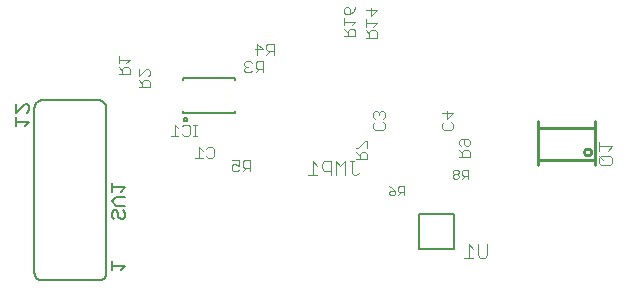
<source format=gbo>
G75*
%MOIN*%
%OFA0B0*%
%FSLAX25Y25*%
%IPPOS*%
%LPD*%
%AMOC8*
5,1,8,0,0,1.08239X$1,22.5*
%
%ADD10C,0.00300*%
%ADD11C,0.00500*%
%ADD12C,0.00400*%
%ADD13C,0.01000*%
%ADD14C,0.00600*%
D10*
X0075800Y0080643D02*
X0077034Y0080643D01*
X0077651Y0081261D01*
X0077651Y0082495D02*
X0076417Y0083112D01*
X0075800Y0083112D01*
X0075182Y0082495D01*
X0075182Y0081261D01*
X0075800Y0080643D01*
X0077651Y0082495D02*
X0077651Y0084347D01*
X0075182Y0084347D01*
X0078866Y0083729D02*
X0078866Y0082495D01*
X0079483Y0081878D01*
X0081334Y0081878D01*
X0080100Y0081878D02*
X0078866Y0080643D01*
X0081334Y0080643D02*
X0081334Y0084347D01*
X0079483Y0084347D01*
X0078866Y0083729D01*
X0069263Y0085674D02*
X0068646Y0085057D01*
X0067412Y0085057D01*
X0066795Y0085674D01*
X0065580Y0085057D02*
X0063111Y0085057D01*
X0064346Y0085057D02*
X0064346Y0088760D01*
X0065580Y0087526D01*
X0066795Y0088143D02*
X0067412Y0088760D01*
X0068646Y0088760D01*
X0069263Y0088143D01*
X0069263Y0085674D01*
X0063652Y0092592D02*
X0062418Y0092592D01*
X0063035Y0092592D02*
X0063035Y0096295D01*
X0063652Y0096295D02*
X0062418Y0096295D01*
X0061197Y0095678D02*
X0061197Y0093209D01*
X0060579Y0092592D01*
X0059345Y0092592D01*
X0058728Y0093209D01*
X0057513Y0092592D02*
X0055045Y0092592D01*
X0056279Y0092592D02*
X0056279Y0096295D01*
X0057513Y0095061D01*
X0058728Y0095678D02*
X0059345Y0096295D01*
X0060579Y0096295D01*
X0061197Y0095678D01*
X0047932Y0108659D02*
X0044229Y0108659D01*
X0045463Y0108659D02*
X0045463Y0110511D01*
X0046080Y0111128D01*
X0047315Y0111128D01*
X0047932Y0110511D01*
X0047932Y0108659D01*
X0045463Y0109894D02*
X0044229Y0111128D01*
X0044229Y0112342D02*
X0046698Y0114811D01*
X0047315Y0114811D01*
X0047932Y0114194D01*
X0047932Y0112959D01*
X0047315Y0112342D01*
X0044229Y0112342D02*
X0044229Y0114811D01*
X0041239Y0114841D02*
X0041239Y0112990D01*
X0037536Y0112990D01*
X0038770Y0112990D02*
X0038770Y0114841D01*
X0039387Y0115459D01*
X0040622Y0115459D01*
X0041239Y0114841D01*
X0040005Y0116673D02*
X0041239Y0117907D01*
X0037536Y0117907D01*
X0037536Y0116673D02*
X0037536Y0119142D01*
X0037536Y0115459D02*
X0038770Y0114224D01*
X0079509Y0114276D02*
X0080126Y0113659D01*
X0081361Y0113659D01*
X0081978Y0114276D01*
X0083192Y0113659D02*
X0084427Y0114894D01*
X0083809Y0114894D02*
X0085661Y0114894D01*
X0085661Y0113659D02*
X0085661Y0117362D01*
X0083809Y0117362D01*
X0083192Y0116745D01*
X0083192Y0115511D01*
X0083809Y0114894D01*
X0081978Y0116745D02*
X0081361Y0117362D01*
X0080126Y0117362D01*
X0079509Y0116745D01*
X0079509Y0116128D01*
X0080126Y0115511D01*
X0079509Y0114894D01*
X0079509Y0114276D01*
X0080126Y0115511D02*
X0080743Y0115511D01*
X0083670Y0119565D02*
X0083670Y0123268D01*
X0085521Y0121416D01*
X0083052Y0121416D01*
X0086736Y0121416D02*
X0087353Y0120799D01*
X0089204Y0120799D01*
X0087970Y0120799D02*
X0086736Y0119565D01*
X0086736Y0121416D02*
X0086736Y0122651D01*
X0087353Y0123268D01*
X0089204Y0123268D01*
X0089204Y0119565D01*
X0112788Y0125641D02*
X0116491Y0125641D01*
X0116491Y0127493D01*
X0115874Y0128110D01*
X0114639Y0128110D01*
X0114022Y0127493D01*
X0114022Y0125641D01*
X0114022Y0126876D02*
X0112788Y0128110D01*
X0112788Y0129324D02*
X0112788Y0131793D01*
X0112788Y0130559D02*
X0116491Y0130559D01*
X0115257Y0129324D01*
X0114639Y0133008D02*
X0114639Y0134859D01*
X0114022Y0135476D01*
X0113405Y0135476D01*
X0112788Y0134859D01*
X0112788Y0133625D01*
X0113405Y0133008D01*
X0114639Y0133008D01*
X0115874Y0134242D01*
X0116491Y0135476D01*
X0119874Y0134465D02*
X0123578Y0134465D01*
X0121726Y0132614D01*
X0121726Y0135083D01*
X0119874Y0131399D02*
X0119874Y0128931D01*
X0119874Y0127716D02*
X0121109Y0126482D01*
X0121109Y0127099D02*
X0121109Y0125248D01*
X0119874Y0125248D02*
X0123578Y0125248D01*
X0123578Y0127099D01*
X0122960Y0127716D01*
X0121726Y0127716D01*
X0121109Y0127099D01*
X0122343Y0128931D02*
X0123578Y0130165D01*
X0119874Y0130165D01*
X0123110Y0100772D02*
X0122493Y0100154D01*
X0122493Y0098920D01*
X0123110Y0098303D01*
X0123110Y0097088D02*
X0122493Y0096471D01*
X0122493Y0095237D01*
X0123110Y0094620D01*
X0125578Y0094620D01*
X0126196Y0095237D01*
X0126196Y0096471D01*
X0125578Y0097088D01*
X0125578Y0098303D02*
X0126196Y0098920D01*
X0126196Y0100154D01*
X0125578Y0100772D01*
X0124961Y0100772D01*
X0124344Y0100154D01*
X0123727Y0100772D01*
X0123110Y0100772D01*
X0124344Y0100154D02*
X0124344Y0099537D01*
X0120428Y0090791D02*
X0119811Y0090791D01*
X0117342Y0088322D01*
X0116725Y0088322D01*
X0116725Y0087108D02*
X0117959Y0085874D01*
X0117959Y0086491D02*
X0117959Y0084639D01*
X0116725Y0084639D02*
X0120428Y0084639D01*
X0120428Y0086491D01*
X0119811Y0087108D01*
X0118576Y0087108D01*
X0117959Y0086491D01*
X0120428Y0088322D02*
X0120428Y0090791D01*
X0127736Y0075684D02*
X0128703Y0075201D01*
X0129671Y0074233D01*
X0128219Y0074233D01*
X0127736Y0073749D01*
X0127736Y0073266D01*
X0128219Y0072782D01*
X0129187Y0072782D01*
X0129671Y0073266D01*
X0129671Y0074233D01*
X0130682Y0074233D02*
X0131166Y0073749D01*
X0132617Y0073749D01*
X0132617Y0072782D02*
X0132617Y0075684D01*
X0131166Y0075684D01*
X0130682Y0075201D01*
X0130682Y0074233D01*
X0131650Y0073749D02*
X0130682Y0072782D01*
X0148995Y0078778D02*
X0149479Y0078294D01*
X0150447Y0078294D01*
X0150930Y0078778D01*
X0150930Y0079261D01*
X0150447Y0079745D01*
X0149479Y0079745D01*
X0148995Y0079261D01*
X0148995Y0078778D01*
X0149479Y0079745D02*
X0148995Y0080229D01*
X0148995Y0080713D01*
X0149479Y0081196D01*
X0150447Y0081196D01*
X0150930Y0080713D01*
X0150930Y0080229D01*
X0150447Y0079745D01*
X0151942Y0079745D02*
X0151942Y0080713D01*
X0152426Y0081196D01*
X0153877Y0081196D01*
X0153877Y0078294D01*
X0153877Y0079261D02*
X0152426Y0079261D01*
X0151942Y0079745D01*
X0152909Y0079261D02*
X0151942Y0078294D01*
X0152156Y0085431D02*
X0152156Y0087282D01*
X0152773Y0087900D01*
X0154008Y0087900D01*
X0154625Y0087282D01*
X0154625Y0085431D01*
X0150922Y0085431D01*
X0152156Y0086665D02*
X0150922Y0087900D01*
X0151539Y0089114D02*
X0150922Y0089731D01*
X0150922Y0090966D01*
X0151539Y0091583D01*
X0154008Y0091583D01*
X0154625Y0090966D01*
X0154625Y0089731D01*
X0154008Y0089114D01*
X0153390Y0089114D01*
X0152773Y0089731D01*
X0152773Y0091583D01*
X0149030Y0095237D02*
X0148413Y0094620D01*
X0145944Y0094620D01*
X0145327Y0095237D01*
X0145327Y0096471D01*
X0145944Y0097088D01*
X0147179Y0098303D02*
X0147179Y0100772D01*
X0149030Y0100154D02*
X0145327Y0100154D01*
X0147179Y0098303D02*
X0149030Y0100154D01*
X0148413Y0097088D02*
X0149030Y0096471D01*
X0149030Y0095237D01*
D11*
X0149453Y0066521D02*
X0137642Y0066521D01*
X0137642Y0054710D01*
X0149453Y0054710D01*
X0149453Y0066521D01*
X0076421Y0099986D02*
X0059098Y0099986D01*
X0059098Y0100773D01*
X0059329Y0098017D02*
X0059331Y0098064D01*
X0059337Y0098110D01*
X0059346Y0098156D01*
X0059360Y0098200D01*
X0059377Y0098244D01*
X0059398Y0098285D01*
X0059422Y0098325D01*
X0059449Y0098363D01*
X0059480Y0098398D01*
X0059513Y0098431D01*
X0059549Y0098461D01*
X0059588Y0098487D01*
X0059628Y0098511D01*
X0059670Y0098530D01*
X0059714Y0098547D01*
X0059759Y0098559D01*
X0059805Y0098568D01*
X0059851Y0098573D01*
X0059898Y0098574D01*
X0059944Y0098571D01*
X0059990Y0098564D01*
X0060036Y0098553D01*
X0060080Y0098539D01*
X0060123Y0098521D01*
X0060164Y0098499D01*
X0060204Y0098474D01*
X0060241Y0098446D01*
X0060276Y0098415D01*
X0060308Y0098381D01*
X0060337Y0098344D01*
X0060362Y0098306D01*
X0060385Y0098265D01*
X0060404Y0098222D01*
X0060419Y0098178D01*
X0060431Y0098133D01*
X0060439Y0098087D01*
X0060443Y0098040D01*
X0060443Y0097994D01*
X0060439Y0097947D01*
X0060431Y0097901D01*
X0060419Y0097856D01*
X0060404Y0097812D01*
X0060385Y0097769D01*
X0060362Y0097728D01*
X0060337Y0097690D01*
X0060308Y0097653D01*
X0060276Y0097619D01*
X0060241Y0097588D01*
X0060204Y0097560D01*
X0060165Y0097535D01*
X0060123Y0097513D01*
X0060080Y0097495D01*
X0060036Y0097481D01*
X0059990Y0097470D01*
X0059944Y0097463D01*
X0059898Y0097460D01*
X0059851Y0097461D01*
X0059805Y0097466D01*
X0059759Y0097475D01*
X0059714Y0097487D01*
X0059670Y0097504D01*
X0059628Y0097523D01*
X0059588Y0097547D01*
X0059549Y0097573D01*
X0059513Y0097603D01*
X0059480Y0097636D01*
X0059449Y0097671D01*
X0059422Y0097709D01*
X0059398Y0097749D01*
X0059377Y0097790D01*
X0059360Y0097834D01*
X0059346Y0097878D01*
X0059337Y0097924D01*
X0059331Y0097970D01*
X0059329Y0098017D01*
X0059098Y0111009D02*
X0059098Y0111797D01*
X0076421Y0111797D01*
X0076421Y0111009D01*
X0076421Y0100773D02*
X0076421Y0099986D01*
X0039754Y0075354D02*
X0035250Y0075354D01*
X0035250Y0073853D02*
X0035250Y0076855D01*
X0038253Y0073853D02*
X0039754Y0075354D01*
X0039754Y0072251D02*
X0036751Y0072251D01*
X0035250Y0070750D01*
X0036751Y0069249D01*
X0039754Y0069249D01*
X0039003Y0067648D02*
X0039754Y0066897D01*
X0039754Y0065396D01*
X0039003Y0064645D01*
X0038253Y0064645D01*
X0037502Y0065396D01*
X0037502Y0066897D01*
X0036751Y0067648D01*
X0036001Y0067648D01*
X0035250Y0066897D01*
X0035250Y0065396D01*
X0036001Y0064645D01*
X0035250Y0050648D02*
X0035250Y0047645D01*
X0035250Y0049146D02*
X0039754Y0049146D01*
X0038253Y0047645D01*
X0006253Y0095645D02*
X0007754Y0097146D01*
X0003250Y0097146D01*
X0003250Y0095645D02*
X0003250Y0098648D01*
X0003250Y0100249D02*
X0006253Y0103251D01*
X0007003Y0103251D01*
X0007754Y0102501D01*
X0007754Y0101000D01*
X0007003Y0100249D01*
X0003250Y0100249D02*
X0003250Y0103251D01*
D12*
X0100726Y0079382D02*
X0103795Y0079382D01*
X0102261Y0079382D02*
X0102261Y0083986D01*
X0103795Y0082452D01*
X0105330Y0083219D02*
X0105330Y0081684D01*
X0106097Y0080917D01*
X0108399Y0080917D01*
X0108399Y0079382D02*
X0108399Y0083986D01*
X0106097Y0083986D01*
X0105330Y0083219D01*
X0109934Y0083986D02*
X0109934Y0079382D01*
X0113003Y0079382D02*
X0113003Y0083986D01*
X0111469Y0082452D01*
X0109934Y0083986D01*
X0114538Y0083986D02*
X0116072Y0083986D01*
X0115305Y0083986D02*
X0115305Y0080150D01*
X0116072Y0079382D01*
X0116840Y0079382D01*
X0117607Y0080150D01*
X0154291Y0056482D02*
X0154291Y0051878D01*
X0155825Y0051878D02*
X0152756Y0051878D01*
X0155825Y0054948D02*
X0154291Y0056482D01*
X0157360Y0056482D02*
X0157360Y0052646D01*
X0158127Y0051878D01*
X0159662Y0051878D01*
X0160429Y0052646D01*
X0160429Y0056482D01*
X0197554Y0083610D02*
X0198322Y0082843D01*
X0201391Y0082843D01*
X0202158Y0083610D01*
X0202158Y0085145D01*
X0201391Y0085912D01*
X0198322Y0085912D01*
X0197554Y0085145D01*
X0197554Y0083610D01*
X0199089Y0084378D02*
X0197554Y0085912D01*
X0197554Y0087447D02*
X0197554Y0090516D01*
X0197554Y0088982D02*
X0202158Y0088982D01*
X0200624Y0087447D01*
D13*
X0196303Y0084631D02*
X0196303Y0082663D01*
X0196303Y0084631D02*
X0177406Y0084631D01*
X0177406Y0082663D01*
X0177406Y0084631D02*
X0177406Y0095231D01*
X0196303Y0095231D01*
X0196303Y0097623D01*
X0196303Y0095231D02*
X0196303Y0084631D01*
X0192723Y0087143D02*
X0192725Y0087210D01*
X0192731Y0087277D01*
X0192741Y0087343D01*
X0192755Y0087409D01*
X0192772Y0087473D01*
X0192794Y0087537D01*
X0192819Y0087599D01*
X0192848Y0087659D01*
X0192880Y0087718D01*
X0192916Y0087775D01*
X0192955Y0087829D01*
X0192997Y0087881D01*
X0193042Y0087931D01*
X0193091Y0087977D01*
X0193141Y0088021D01*
X0193195Y0088062D01*
X0193250Y0088099D01*
X0193308Y0088133D01*
X0193368Y0088164D01*
X0193429Y0088191D01*
X0193492Y0088214D01*
X0193556Y0088234D01*
X0193621Y0088250D01*
X0193687Y0088262D01*
X0193754Y0088270D01*
X0193820Y0088274D01*
X0193888Y0088274D01*
X0193954Y0088270D01*
X0194021Y0088262D01*
X0194087Y0088250D01*
X0194152Y0088234D01*
X0194216Y0088214D01*
X0194279Y0088191D01*
X0194340Y0088164D01*
X0194400Y0088133D01*
X0194458Y0088099D01*
X0194513Y0088062D01*
X0194567Y0088021D01*
X0194617Y0087977D01*
X0194666Y0087931D01*
X0194711Y0087881D01*
X0194753Y0087829D01*
X0194792Y0087775D01*
X0194828Y0087718D01*
X0194860Y0087659D01*
X0194889Y0087599D01*
X0194914Y0087537D01*
X0194936Y0087473D01*
X0194953Y0087409D01*
X0194967Y0087343D01*
X0194977Y0087277D01*
X0194983Y0087210D01*
X0194985Y0087143D01*
X0194983Y0087076D01*
X0194977Y0087009D01*
X0194967Y0086943D01*
X0194953Y0086877D01*
X0194936Y0086813D01*
X0194914Y0086749D01*
X0194889Y0086687D01*
X0194860Y0086627D01*
X0194828Y0086568D01*
X0194792Y0086511D01*
X0194753Y0086457D01*
X0194711Y0086405D01*
X0194666Y0086355D01*
X0194617Y0086309D01*
X0194567Y0086265D01*
X0194513Y0086224D01*
X0194458Y0086187D01*
X0194400Y0086153D01*
X0194340Y0086122D01*
X0194279Y0086095D01*
X0194216Y0086072D01*
X0194152Y0086052D01*
X0194087Y0086036D01*
X0194021Y0086024D01*
X0193954Y0086016D01*
X0193888Y0086012D01*
X0193820Y0086012D01*
X0193754Y0086016D01*
X0193687Y0086024D01*
X0193621Y0086036D01*
X0193556Y0086052D01*
X0193492Y0086072D01*
X0193429Y0086095D01*
X0193368Y0086122D01*
X0193308Y0086153D01*
X0193250Y0086187D01*
X0193195Y0086224D01*
X0193141Y0086265D01*
X0193091Y0086309D01*
X0193042Y0086355D01*
X0192997Y0086405D01*
X0192955Y0086457D01*
X0192916Y0086511D01*
X0192880Y0086568D01*
X0192848Y0086627D01*
X0192819Y0086687D01*
X0192794Y0086749D01*
X0192772Y0086813D01*
X0192755Y0086877D01*
X0192741Y0086943D01*
X0192731Y0087009D01*
X0192725Y0087076D01*
X0192723Y0087143D01*
X0177406Y0095231D02*
X0177406Y0097623D01*
D14*
X0031000Y0044395D02*
X0012000Y0044395D01*
X0011902Y0044397D01*
X0011804Y0044403D01*
X0011706Y0044412D01*
X0011609Y0044426D01*
X0011512Y0044443D01*
X0011416Y0044464D01*
X0011321Y0044489D01*
X0011227Y0044517D01*
X0011135Y0044550D01*
X0011043Y0044585D01*
X0010953Y0044625D01*
X0010865Y0044667D01*
X0010778Y0044714D01*
X0010694Y0044763D01*
X0010611Y0044816D01*
X0010531Y0044872D01*
X0010452Y0044932D01*
X0010376Y0044994D01*
X0010303Y0045059D01*
X0010232Y0045127D01*
X0010164Y0045198D01*
X0010099Y0045271D01*
X0010037Y0045347D01*
X0009977Y0045426D01*
X0009921Y0045506D01*
X0009868Y0045589D01*
X0009819Y0045673D01*
X0009772Y0045760D01*
X0009730Y0045848D01*
X0009690Y0045938D01*
X0009655Y0046030D01*
X0009622Y0046122D01*
X0009594Y0046216D01*
X0009569Y0046311D01*
X0009548Y0046407D01*
X0009531Y0046504D01*
X0009517Y0046601D01*
X0009508Y0046699D01*
X0009502Y0046797D01*
X0009500Y0046895D01*
X0009500Y0101895D01*
X0009502Y0101993D01*
X0009508Y0102091D01*
X0009517Y0102189D01*
X0009531Y0102286D01*
X0009548Y0102383D01*
X0009569Y0102479D01*
X0009594Y0102574D01*
X0009622Y0102668D01*
X0009655Y0102760D01*
X0009690Y0102852D01*
X0009730Y0102942D01*
X0009772Y0103030D01*
X0009819Y0103117D01*
X0009868Y0103201D01*
X0009921Y0103284D01*
X0009977Y0103364D01*
X0010037Y0103443D01*
X0010099Y0103519D01*
X0010164Y0103592D01*
X0010232Y0103663D01*
X0010303Y0103731D01*
X0010376Y0103796D01*
X0010452Y0103858D01*
X0010531Y0103918D01*
X0010611Y0103974D01*
X0010694Y0104027D01*
X0010778Y0104076D01*
X0010865Y0104123D01*
X0010953Y0104165D01*
X0011043Y0104205D01*
X0011135Y0104240D01*
X0011227Y0104273D01*
X0011321Y0104301D01*
X0011416Y0104326D01*
X0011512Y0104347D01*
X0011609Y0104364D01*
X0011706Y0104378D01*
X0011804Y0104387D01*
X0011902Y0104393D01*
X0012000Y0104395D01*
X0031000Y0104395D01*
X0031098Y0104393D01*
X0031196Y0104387D01*
X0031294Y0104378D01*
X0031391Y0104364D01*
X0031488Y0104347D01*
X0031584Y0104326D01*
X0031679Y0104301D01*
X0031773Y0104273D01*
X0031865Y0104240D01*
X0031957Y0104205D01*
X0032047Y0104165D01*
X0032135Y0104123D01*
X0032222Y0104076D01*
X0032306Y0104027D01*
X0032389Y0103974D01*
X0032469Y0103918D01*
X0032548Y0103858D01*
X0032624Y0103796D01*
X0032697Y0103731D01*
X0032768Y0103663D01*
X0032836Y0103592D01*
X0032901Y0103519D01*
X0032963Y0103443D01*
X0033023Y0103364D01*
X0033079Y0103284D01*
X0033132Y0103201D01*
X0033181Y0103117D01*
X0033228Y0103030D01*
X0033270Y0102942D01*
X0033310Y0102852D01*
X0033345Y0102760D01*
X0033378Y0102668D01*
X0033406Y0102574D01*
X0033431Y0102479D01*
X0033452Y0102383D01*
X0033469Y0102286D01*
X0033483Y0102189D01*
X0033492Y0102091D01*
X0033498Y0101993D01*
X0033500Y0101895D01*
X0033500Y0046895D01*
X0033498Y0046797D01*
X0033492Y0046699D01*
X0033483Y0046601D01*
X0033469Y0046504D01*
X0033452Y0046407D01*
X0033431Y0046311D01*
X0033406Y0046216D01*
X0033378Y0046122D01*
X0033345Y0046030D01*
X0033310Y0045938D01*
X0033270Y0045848D01*
X0033228Y0045760D01*
X0033181Y0045673D01*
X0033132Y0045589D01*
X0033079Y0045506D01*
X0033023Y0045426D01*
X0032963Y0045347D01*
X0032901Y0045271D01*
X0032836Y0045198D01*
X0032768Y0045127D01*
X0032697Y0045059D01*
X0032624Y0044994D01*
X0032548Y0044932D01*
X0032469Y0044872D01*
X0032389Y0044816D01*
X0032306Y0044763D01*
X0032222Y0044714D01*
X0032135Y0044667D01*
X0032047Y0044625D01*
X0031957Y0044585D01*
X0031865Y0044550D01*
X0031773Y0044517D01*
X0031679Y0044489D01*
X0031584Y0044464D01*
X0031488Y0044443D01*
X0031391Y0044426D01*
X0031294Y0044412D01*
X0031196Y0044403D01*
X0031098Y0044397D01*
X0031000Y0044395D01*
M02*

</source>
